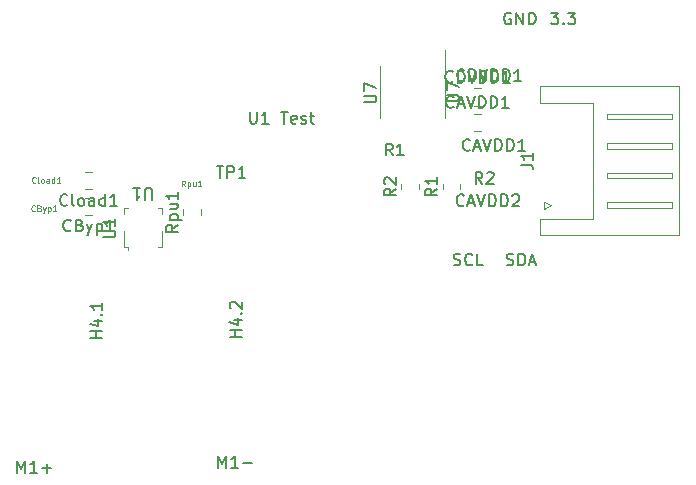
<source format=gbr>
%TF.GenerationSoftware,KiCad,Pcbnew,(6.0.7)*%
%TF.CreationDate,2024-03-23T14:20:04-04:00*%
%TF.ProjectId,single_cell_current,73696e67-6c65-45f6-9365-6c6c5f637572,rev?*%
%TF.SameCoordinates,Original*%
%TF.FileFunction,Legend,Top*%
%TF.FilePolarity,Positive*%
%FSLAX46Y46*%
G04 Gerber Fmt 4.6, Leading zero omitted, Abs format (unit mm)*
G04 Created by KiCad (PCBNEW (6.0.7)) date 2024-03-23 14:20:04*
%MOMM*%
%LPD*%
G01*
G04 APERTURE LIST*
%ADD10C,0.150000*%
%ADD11C,0.075000*%
%ADD12C,0.120000*%
G04 APERTURE END LIST*
D10*
X235285714Y-67304761D02*
X235428571Y-67352380D01*
X235666666Y-67352380D01*
X235761904Y-67304761D01*
X235809523Y-67257142D01*
X235857142Y-67161904D01*
X235857142Y-67066666D01*
X235809523Y-66971428D01*
X235761904Y-66923809D01*
X235666666Y-66876190D01*
X235476190Y-66828571D01*
X235380952Y-66780952D01*
X235333333Y-66733333D01*
X235285714Y-66638095D01*
X235285714Y-66542857D01*
X235333333Y-66447619D01*
X235380952Y-66400000D01*
X235476190Y-66352380D01*
X235714285Y-66352380D01*
X235857142Y-66400000D01*
X236285714Y-67352380D02*
X236285714Y-66352380D01*
X236523809Y-66352380D01*
X236666666Y-66400000D01*
X236761904Y-66495238D01*
X236809523Y-66590476D01*
X236857142Y-66780952D01*
X236857142Y-66923809D01*
X236809523Y-67114285D01*
X236761904Y-67209523D01*
X236666666Y-67304761D01*
X236523809Y-67352380D01*
X236285714Y-67352380D01*
X237238095Y-67066666D02*
X237714285Y-67066666D01*
X237142857Y-67352380D02*
X237476190Y-66352380D01*
X237809523Y-67352380D01*
X230809523Y-67304761D02*
X230952380Y-67352380D01*
X231190476Y-67352380D01*
X231285714Y-67304761D01*
X231333333Y-67257142D01*
X231380952Y-67161904D01*
X231380952Y-67066666D01*
X231333333Y-66971428D01*
X231285714Y-66923809D01*
X231190476Y-66876190D01*
X231000000Y-66828571D01*
X230904761Y-66780952D01*
X230857142Y-66733333D01*
X230809523Y-66638095D01*
X230809523Y-66542857D01*
X230857142Y-66447619D01*
X230904761Y-66400000D01*
X231000000Y-66352380D01*
X231238095Y-66352380D01*
X231380952Y-66400000D01*
X232380952Y-67257142D02*
X232333333Y-67304761D01*
X232190476Y-67352380D01*
X232095238Y-67352380D01*
X231952380Y-67304761D01*
X231857142Y-67209523D01*
X231809523Y-67114285D01*
X231761904Y-66923809D01*
X231761904Y-66780952D01*
X231809523Y-66590476D01*
X231857142Y-66495238D01*
X231952380Y-66400000D01*
X232095238Y-66352380D01*
X232190476Y-66352380D01*
X232333333Y-66400000D01*
X232380952Y-66447619D01*
X233285714Y-67352380D02*
X232809523Y-67352380D01*
X232809523Y-66352380D01*
X233233333Y-60452380D02*
X232900000Y-59976190D01*
X232661904Y-60452380D02*
X232661904Y-59452380D01*
X233042857Y-59452380D01*
X233138095Y-59500000D01*
X233185714Y-59547619D01*
X233233333Y-59642857D01*
X233233333Y-59785714D01*
X233185714Y-59880952D01*
X233138095Y-59928571D01*
X233042857Y-59976190D01*
X232661904Y-59976190D01*
X233614285Y-59547619D02*
X233661904Y-59500000D01*
X233757142Y-59452380D01*
X233995238Y-59452380D01*
X234090476Y-59500000D01*
X234138095Y-59547619D01*
X234185714Y-59642857D01*
X234185714Y-59738095D01*
X234138095Y-59880952D01*
X233566666Y-60452380D01*
X234185714Y-60452380D01*
X235638095Y-46000000D02*
X235542857Y-45952380D01*
X235400000Y-45952380D01*
X235257142Y-46000000D01*
X235161904Y-46095238D01*
X235114285Y-46190476D01*
X235066666Y-46380952D01*
X235066666Y-46523809D01*
X235114285Y-46714285D01*
X235161904Y-46809523D01*
X235257142Y-46904761D01*
X235400000Y-46952380D01*
X235495238Y-46952380D01*
X235638095Y-46904761D01*
X235685714Y-46857142D01*
X235685714Y-46523809D01*
X235495238Y-46523809D01*
X236114285Y-46952380D02*
X236114285Y-45952380D01*
X236685714Y-46952380D01*
X236685714Y-45952380D01*
X237161904Y-46952380D02*
X237161904Y-45952380D01*
X237400000Y-45952380D01*
X237542857Y-46000000D01*
X237638095Y-46095238D01*
X237685714Y-46190476D01*
X237733333Y-46380952D01*
X237733333Y-46523809D01*
X237685714Y-46714285D01*
X237638095Y-46809523D01*
X237542857Y-46904761D01*
X237400000Y-46952380D01*
X237161904Y-46952380D01*
X225633333Y-58052380D02*
X225300000Y-57576190D01*
X225061904Y-58052380D02*
X225061904Y-57052380D01*
X225442857Y-57052380D01*
X225538095Y-57100000D01*
X225585714Y-57147619D01*
X225633333Y-57242857D01*
X225633333Y-57385714D01*
X225585714Y-57480952D01*
X225538095Y-57528571D01*
X225442857Y-57576190D01*
X225061904Y-57576190D01*
X226585714Y-58052380D02*
X226014285Y-58052380D01*
X226300000Y-58052380D02*
X226300000Y-57052380D01*
X226204761Y-57195238D01*
X226109523Y-57290476D01*
X226014285Y-57338095D01*
D11*
X208064285Y-60671390D02*
X207897619Y-60433295D01*
X207778571Y-60671390D02*
X207778571Y-60171390D01*
X207969047Y-60171390D01*
X208016666Y-60195200D01*
X208040476Y-60219009D01*
X208064285Y-60266628D01*
X208064285Y-60338057D01*
X208040476Y-60385676D01*
X208016666Y-60409485D01*
X207969047Y-60433295D01*
X207778571Y-60433295D01*
X208278571Y-60338057D02*
X208278571Y-60838057D01*
X208278571Y-60361866D02*
X208326190Y-60338057D01*
X208421428Y-60338057D01*
X208469047Y-60361866D01*
X208492857Y-60385676D01*
X208516666Y-60433295D01*
X208516666Y-60576152D01*
X208492857Y-60623771D01*
X208469047Y-60647580D01*
X208421428Y-60671390D01*
X208326190Y-60671390D01*
X208278571Y-60647580D01*
X208945238Y-60338057D02*
X208945238Y-60671390D01*
X208730952Y-60338057D02*
X208730952Y-60599961D01*
X208754761Y-60647580D01*
X208802380Y-60671390D01*
X208873809Y-60671390D01*
X208921428Y-60647580D01*
X208945238Y-60623771D01*
X209445238Y-60671390D02*
X209159523Y-60671390D01*
X209302380Y-60671390D02*
X209302380Y-60171390D01*
X209254761Y-60242819D01*
X209207142Y-60290438D01*
X209159523Y-60314247D01*
X195407142Y-60323771D02*
X195383333Y-60347580D01*
X195311904Y-60371390D01*
X195264285Y-60371390D01*
X195192857Y-60347580D01*
X195145238Y-60299961D01*
X195121428Y-60252342D01*
X195097619Y-60157104D01*
X195097619Y-60085676D01*
X195121428Y-59990438D01*
X195145238Y-59942819D01*
X195192857Y-59895200D01*
X195264285Y-59871390D01*
X195311904Y-59871390D01*
X195383333Y-59895200D01*
X195407142Y-59919009D01*
X195692857Y-60371390D02*
X195645238Y-60347580D01*
X195621428Y-60299961D01*
X195621428Y-59871390D01*
X195954761Y-60371390D02*
X195907142Y-60347580D01*
X195883333Y-60323771D01*
X195859523Y-60276152D01*
X195859523Y-60133295D01*
X195883333Y-60085676D01*
X195907142Y-60061866D01*
X195954761Y-60038057D01*
X196026190Y-60038057D01*
X196073809Y-60061866D01*
X196097619Y-60085676D01*
X196121428Y-60133295D01*
X196121428Y-60276152D01*
X196097619Y-60323771D01*
X196073809Y-60347580D01*
X196026190Y-60371390D01*
X195954761Y-60371390D01*
X196550000Y-60371390D02*
X196550000Y-60109485D01*
X196526190Y-60061866D01*
X196478571Y-60038057D01*
X196383333Y-60038057D01*
X196335714Y-60061866D01*
X196550000Y-60347580D02*
X196502380Y-60371390D01*
X196383333Y-60371390D01*
X196335714Y-60347580D01*
X196311904Y-60299961D01*
X196311904Y-60252342D01*
X196335714Y-60204723D01*
X196383333Y-60180914D01*
X196502380Y-60180914D01*
X196550000Y-60157104D01*
X197002380Y-60371390D02*
X197002380Y-59871390D01*
X197002380Y-60347580D02*
X196954761Y-60371390D01*
X196859523Y-60371390D01*
X196811904Y-60347580D01*
X196788095Y-60323771D01*
X196764285Y-60276152D01*
X196764285Y-60133295D01*
X196788095Y-60085676D01*
X196811904Y-60061866D01*
X196859523Y-60038057D01*
X196954761Y-60038057D01*
X197002380Y-60061866D01*
X197502380Y-60371390D02*
X197216666Y-60371390D01*
X197359523Y-60371390D02*
X197359523Y-59871390D01*
X197311904Y-59942819D01*
X197264285Y-59990438D01*
X197216666Y-60014247D01*
D10*
X205261904Y-61792819D02*
X205261904Y-60983295D01*
X205214285Y-60888057D01*
X205166666Y-60840438D01*
X205071428Y-60792819D01*
X204880952Y-60792819D01*
X204785714Y-60840438D01*
X204738095Y-60888057D01*
X204690476Y-60983295D01*
X204690476Y-61792819D01*
X203690476Y-60792819D02*
X204261904Y-60792819D01*
X203976190Y-60792819D02*
X203976190Y-61792819D01*
X204071428Y-61649961D01*
X204166666Y-61554723D01*
X204261904Y-61507104D01*
X193871428Y-84897580D02*
X193871428Y-83897580D01*
X194204761Y-84611866D01*
X194538095Y-83897580D01*
X194538095Y-84897580D01*
X195538095Y-84897580D02*
X194966666Y-84897580D01*
X195252380Y-84897580D02*
X195252380Y-83897580D01*
X195157142Y-84040438D01*
X195061904Y-84135676D01*
X194966666Y-84183295D01*
X195966666Y-84516628D02*
X196728571Y-84516628D01*
X196347619Y-84897580D02*
X196347619Y-84135676D01*
X239052380Y-45952380D02*
X239671428Y-45952380D01*
X239338095Y-46333333D01*
X239480952Y-46333333D01*
X239576190Y-46380952D01*
X239623809Y-46428571D01*
X239671428Y-46523809D01*
X239671428Y-46761904D01*
X239623809Y-46857142D01*
X239576190Y-46904761D01*
X239480952Y-46952380D01*
X239195238Y-46952380D01*
X239100000Y-46904761D01*
X239052380Y-46857142D01*
X240100000Y-46857142D02*
X240147619Y-46904761D01*
X240100000Y-46952380D01*
X240052380Y-46904761D01*
X240100000Y-46857142D01*
X240100000Y-46952380D01*
X240480952Y-45952380D02*
X241100000Y-45952380D01*
X240766666Y-46333333D01*
X240909523Y-46333333D01*
X241004761Y-46380952D01*
X241052380Y-46428571D01*
X241100000Y-46523809D01*
X241100000Y-46761904D01*
X241052380Y-46857142D01*
X241004761Y-46904761D01*
X240909523Y-46952380D01*
X240623809Y-46952380D01*
X240528571Y-46904761D01*
X240480952Y-46857142D01*
D11*
X195350000Y-62723771D02*
X195326190Y-62747580D01*
X195254761Y-62771390D01*
X195207142Y-62771390D01*
X195135714Y-62747580D01*
X195088095Y-62699961D01*
X195064285Y-62652342D01*
X195040476Y-62557104D01*
X195040476Y-62485676D01*
X195064285Y-62390438D01*
X195088095Y-62342819D01*
X195135714Y-62295200D01*
X195207142Y-62271390D01*
X195254761Y-62271390D01*
X195326190Y-62295200D01*
X195350000Y-62319009D01*
X195730952Y-62509485D02*
X195802380Y-62533295D01*
X195826190Y-62557104D01*
X195850000Y-62604723D01*
X195850000Y-62676152D01*
X195826190Y-62723771D01*
X195802380Y-62747580D01*
X195754761Y-62771390D01*
X195564285Y-62771390D01*
X195564285Y-62271390D01*
X195730952Y-62271390D01*
X195778571Y-62295200D01*
X195802380Y-62319009D01*
X195826190Y-62366628D01*
X195826190Y-62414247D01*
X195802380Y-62461866D01*
X195778571Y-62485676D01*
X195730952Y-62509485D01*
X195564285Y-62509485D01*
X196016666Y-62438057D02*
X196135714Y-62771390D01*
X196254761Y-62438057D02*
X196135714Y-62771390D01*
X196088095Y-62890438D01*
X196064285Y-62914247D01*
X196016666Y-62938057D01*
X196445238Y-62438057D02*
X196445238Y-62938057D01*
X196445238Y-62461866D02*
X196492857Y-62438057D01*
X196588095Y-62438057D01*
X196635714Y-62461866D01*
X196659523Y-62485676D01*
X196683333Y-62533295D01*
X196683333Y-62676152D01*
X196659523Y-62723771D01*
X196635714Y-62747580D01*
X196588095Y-62771390D01*
X196492857Y-62771390D01*
X196445238Y-62747580D01*
X197159523Y-62771390D02*
X196873809Y-62771390D01*
X197016666Y-62771390D02*
X197016666Y-62271390D01*
X196969047Y-62342819D01*
X196921428Y-62390438D01*
X196873809Y-62414247D01*
D10*
X213557142Y-54352380D02*
X213557142Y-55161904D01*
X213604761Y-55257142D01*
X213652380Y-55304761D01*
X213747619Y-55352380D01*
X213938095Y-55352380D01*
X214033333Y-55304761D01*
X214080952Y-55257142D01*
X214128571Y-55161904D01*
X214128571Y-54352380D01*
X215128571Y-55352380D02*
X214557142Y-55352380D01*
X214842857Y-55352380D02*
X214842857Y-54352380D01*
X214747619Y-54495238D01*
X214652380Y-54590476D01*
X214557142Y-54638095D01*
X216176190Y-54352380D02*
X216747619Y-54352380D01*
X216461904Y-55352380D02*
X216461904Y-54352380D01*
X217461904Y-55304761D02*
X217366666Y-55352380D01*
X217176190Y-55352380D01*
X217080952Y-55304761D01*
X217033333Y-55209523D01*
X217033333Y-54828571D01*
X217080952Y-54733333D01*
X217176190Y-54685714D01*
X217366666Y-54685714D01*
X217461904Y-54733333D01*
X217509523Y-54828571D01*
X217509523Y-54923809D01*
X217033333Y-55019047D01*
X217890476Y-55304761D02*
X217985714Y-55352380D01*
X218176190Y-55352380D01*
X218271428Y-55304761D01*
X218319047Y-55209523D01*
X218319047Y-55161904D01*
X218271428Y-55066666D01*
X218176190Y-55019047D01*
X218033333Y-55019047D01*
X217938095Y-54971428D01*
X217890476Y-54876190D01*
X217890476Y-54828571D01*
X217938095Y-54733333D01*
X218033333Y-54685714D01*
X218176190Y-54685714D01*
X218271428Y-54733333D01*
X218604761Y-54685714D02*
X218985714Y-54685714D01*
X218747619Y-54352380D02*
X218747619Y-55209523D01*
X218795238Y-55304761D01*
X218890476Y-55352380D01*
X218985714Y-55352380D01*
X210871428Y-84497580D02*
X210871428Y-83497580D01*
X211204761Y-84211866D01*
X211538095Y-83497580D01*
X211538095Y-84497580D01*
X212538095Y-84497580D02*
X211966666Y-84497580D01*
X212252380Y-84497580D02*
X212252380Y-83497580D01*
X212157142Y-83640438D01*
X212061904Y-83735676D01*
X211966666Y-83783295D01*
X212966666Y-84116628D02*
X213728571Y-84116628D01*
X231704761Y-51657142D02*
X231657142Y-51704761D01*
X231514285Y-51752380D01*
X231419047Y-51752380D01*
X231276190Y-51704761D01*
X231180952Y-51609523D01*
X231133333Y-51514285D01*
X231085714Y-51323809D01*
X231085714Y-51180952D01*
X231133333Y-50990476D01*
X231180952Y-50895238D01*
X231276190Y-50800000D01*
X231419047Y-50752380D01*
X231514285Y-50752380D01*
X231657142Y-50800000D01*
X231704761Y-50847619D01*
X232133333Y-51752380D02*
X232133333Y-50752380D01*
X232371428Y-50752380D01*
X232514285Y-50800000D01*
X232609523Y-50895238D01*
X232657142Y-50990476D01*
X232704761Y-51180952D01*
X232704761Y-51323809D01*
X232657142Y-51514285D01*
X232609523Y-51609523D01*
X232514285Y-51704761D01*
X232371428Y-51752380D01*
X232133333Y-51752380D01*
X232990476Y-50752380D02*
X233323809Y-51752380D01*
X233657142Y-50752380D01*
X233990476Y-51752380D02*
X233990476Y-50752380D01*
X234228571Y-50752380D01*
X234371428Y-50800000D01*
X234466666Y-50895238D01*
X234514285Y-50990476D01*
X234561904Y-51180952D01*
X234561904Y-51323809D01*
X234514285Y-51514285D01*
X234466666Y-51609523D01*
X234371428Y-51704761D01*
X234228571Y-51752380D01*
X233990476Y-51752380D01*
X234990476Y-51752380D02*
X234990476Y-50752380D01*
X235228571Y-50752380D01*
X235371428Y-50800000D01*
X235466666Y-50895238D01*
X235514285Y-50990476D01*
X235561904Y-51180952D01*
X235561904Y-51323809D01*
X235514285Y-51514285D01*
X235466666Y-51609523D01*
X235371428Y-51704761D01*
X235228571Y-51752380D01*
X234990476Y-51752380D01*
X236514285Y-51752380D02*
X235942857Y-51752380D01*
X236228571Y-51752380D02*
X236228571Y-50752380D01*
X236133333Y-50895238D01*
X236038095Y-50990476D01*
X235942857Y-51038095D01*
X231676190Y-62257142D02*
X231628571Y-62304761D01*
X231485714Y-62352380D01*
X231390476Y-62352380D01*
X231247619Y-62304761D01*
X231152380Y-62209523D01*
X231104761Y-62114285D01*
X231057142Y-61923809D01*
X231057142Y-61780952D01*
X231104761Y-61590476D01*
X231152380Y-61495238D01*
X231247619Y-61400000D01*
X231390476Y-61352380D01*
X231485714Y-61352380D01*
X231628571Y-61400000D01*
X231676190Y-61447619D01*
X232057142Y-62066666D02*
X232533333Y-62066666D01*
X231961904Y-62352380D02*
X232295238Y-61352380D01*
X232628571Y-62352380D01*
X232819047Y-61352380D02*
X233152380Y-62352380D01*
X233485714Y-61352380D01*
X233819047Y-62352380D02*
X233819047Y-61352380D01*
X234057142Y-61352380D01*
X234200000Y-61400000D01*
X234295238Y-61495238D01*
X234342857Y-61590476D01*
X234390476Y-61780952D01*
X234390476Y-61923809D01*
X234342857Y-62114285D01*
X234295238Y-62209523D01*
X234200000Y-62304761D01*
X234057142Y-62352380D01*
X233819047Y-62352380D01*
X234819047Y-62352380D02*
X234819047Y-61352380D01*
X235057142Y-61352380D01*
X235200000Y-61400000D01*
X235295238Y-61495238D01*
X235342857Y-61590476D01*
X235390476Y-61780952D01*
X235390476Y-61923809D01*
X235342857Y-62114285D01*
X235295238Y-62209523D01*
X235200000Y-62304761D01*
X235057142Y-62352380D01*
X234819047Y-62352380D01*
X235771428Y-61447619D02*
X235819047Y-61400000D01*
X235914285Y-61352380D01*
X236152380Y-61352380D01*
X236247619Y-61400000D01*
X236295238Y-61447619D01*
X236342857Y-61542857D01*
X236342857Y-61638095D01*
X236295238Y-61780952D01*
X235723809Y-62352380D01*
X236342857Y-62352380D01*
X223252380Y-53561904D02*
X224061904Y-53561904D01*
X224157142Y-53514285D01*
X224204761Y-53466666D01*
X224252380Y-53371428D01*
X224252380Y-53180952D01*
X224204761Y-53085714D01*
X224157142Y-53038095D01*
X224061904Y-52990476D01*
X223252380Y-52990476D01*
X223252380Y-52609523D02*
X223252380Y-51942857D01*
X224252380Y-52371428D01*
X232176190Y-57557142D02*
X232128571Y-57604761D01*
X231985714Y-57652380D01*
X231890476Y-57652380D01*
X231747619Y-57604761D01*
X231652380Y-57509523D01*
X231604761Y-57414285D01*
X231557142Y-57223809D01*
X231557142Y-57080952D01*
X231604761Y-56890476D01*
X231652380Y-56795238D01*
X231747619Y-56700000D01*
X231890476Y-56652380D01*
X231985714Y-56652380D01*
X232128571Y-56700000D01*
X232176190Y-56747619D01*
X232557142Y-57366666D02*
X233033333Y-57366666D01*
X232461904Y-57652380D02*
X232795238Y-56652380D01*
X233128571Y-57652380D01*
X233319047Y-56652380D02*
X233652380Y-57652380D01*
X233985714Y-56652380D01*
X234319047Y-57652380D02*
X234319047Y-56652380D01*
X234557142Y-56652380D01*
X234700000Y-56700000D01*
X234795238Y-56795238D01*
X234842857Y-56890476D01*
X234890476Y-57080952D01*
X234890476Y-57223809D01*
X234842857Y-57414285D01*
X234795238Y-57509523D01*
X234700000Y-57604761D01*
X234557142Y-57652380D01*
X234319047Y-57652380D01*
X235319047Y-57652380D02*
X235319047Y-56652380D01*
X235557142Y-56652380D01*
X235700000Y-56700000D01*
X235795238Y-56795238D01*
X235842857Y-56890476D01*
X235890476Y-57080952D01*
X235890476Y-57223809D01*
X235842857Y-57414285D01*
X235795238Y-57509523D01*
X235700000Y-57604761D01*
X235557142Y-57652380D01*
X235319047Y-57652380D01*
X236842857Y-57652380D02*
X236271428Y-57652380D01*
X236557142Y-57652380D02*
X236557142Y-56652380D01*
X236461904Y-56795238D01*
X236366666Y-56890476D01*
X236271428Y-56938095D01*
%TO.C,U7*%
X230232380Y-53466904D02*
X231041904Y-53466904D01*
X231137142Y-53419285D01*
X231184761Y-53371666D01*
X231232380Y-53276428D01*
X231232380Y-53085952D01*
X231184761Y-52990714D01*
X231137142Y-52943095D01*
X231041904Y-52895476D01*
X230232380Y-52895476D01*
X230232380Y-52514523D02*
X230232380Y-51847857D01*
X231232380Y-52276428D01*
%TO.C,CDVDD1*%
X230722261Y-51777142D02*
X230674642Y-51824761D01*
X230531785Y-51872380D01*
X230436547Y-51872380D01*
X230293690Y-51824761D01*
X230198452Y-51729523D01*
X230150833Y-51634285D01*
X230103214Y-51443809D01*
X230103214Y-51300952D01*
X230150833Y-51110476D01*
X230198452Y-51015238D01*
X230293690Y-50920000D01*
X230436547Y-50872380D01*
X230531785Y-50872380D01*
X230674642Y-50920000D01*
X230722261Y-50967619D01*
X231150833Y-51872380D02*
X231150833Y-50872380D01*
X231388928Y-50872380D01*
X231531785Y-50920000D01*
X231627023Y-51015238D01*
X231674642Y-51110476D01*
X231722261Y-51300952D01*
X231722261Y-51443809D01*
X231674642Y-51634285D01*
X231627023Y-51729523D01*
X231531785Y-51824761D01*
X231388928Y-51872380D01*
X231150833Y-51872380D01*
X232007976Y-50872380D02*
X232341309Y-51872380D01*
X232674642Y-50872380D01*
X233007976Y-51872380D02*
X233007976Y-50872380D01*
X233246071Y-50872380D01*
X233388928Y-50920000D01*
X233484166Y-51015238D01*
X233531785Y-51110476D01*
X233579404Y-51300952D01*
X233579404Y-51443809D01*
X233531785Y-51634285D01*
X233484166Y-51729523D01*
X233388928Y-51824761D01*
X233246071Y-51872380D01*
X233007976Y-51872380D01*
X234007976Y-51872380D02*
X234007976Y-50872380D01*
X234246071Y-50872380D01*
X234388928Y-50920000D01*
X234484166Y-51015238D01*
X234531785Y-51110476D01*
X234579404Y-51300952D01*
X234579404Y-51443809D01*
X234531785Y-51634285D01*
X234484166Y-51729523D01*
X234388928Y-51824761D01*
X234246071Y-51872380D01*
X234007976Y-51872380D01*
X235531785Y-51872380D02*
X234960357Y-51872380D01*
X235246071Y-51872380D02*
X235246071Y-50872380D01*
X235150833Y-51015238D01*
X235055595Y-51110476D01*
X234960357Y-51158095D01*
%TO.C,R1*%
X229402380Y-60866666D02*
X228926190Y-61200000D01*
X229402380Y-61438095D02*
X228402380Y-61438095D01*
X228402380Y-61057142D01*
X228450000Y-60961904D01*
X228497619Y-60914285D01*
X228592857Y-60866666D01*
X228735714Y-60866666D01*
X228830952Y-60914285D01*
X228878571Y-60961904D01*
X228926190Y-61057142D01*
X228926190Y-61438095D01*
X229402380Y-59914285D02*
X229402380Y-60485714D01*
X229402380Y-60200000D02*
X228402380Y-60200000D01*
X228545238Y-60295238D01*
X228640476Y-60390476D01*
X228688095Y-60485714D01*
%TO.C,Rpu1*%
X207452380Y-63916628D02*
X206976190Y-64249961D01*
X207452380Y-64488057D02*
X206452380Y-64488057D01*
X206452380Y-64107104D01*
X206500000Y-64011866D01*
X206547619Y-63964247D01*
X206642857Y-63916628D01*
X206785714Y-63916628D01*
X206880952Y-63964247D01*
X206928571Y-64011866D01*
X206976190Y-64107104D01*
X206976190Y-64488057D01*
X206785714Y-63488057D02*
X207785714Y-63488057D01*
X206833333Y-63488057D02*
X206785714Y-63392819D01*
X206785714Y-63202342D01*
X206833333Y-63107104D01*
X206880952Y-63059485D01*
X206976190Y-63011866D01*
X207261904Y-63011866D01*
X207357142Y-63059485D01*
X207404761Y-63107104D01*
X207452380Y-63202342D01*
X207452380Y-63392819D01*
X207404761Y-63488057D01*
X206785714Y-62154723D02*
X207452380Y-62154723D01*
X206785714Y-62583295D02*
X207309523Y-62583295D01*
X207404761Y-62535676D01*
X207452380Y-62440438D01*
X207452380Y-62297580D01*
X207404761Y-62202342D01*
X207357142Y-62154723D01*
X207452380Y-61154723D02*
X207452380Y-61726152D01*
X207452380Y-61440438D02*
X206452380Y-61440438D01*
X206595238Y-61535676D01*
X206690476Y-61630914D01*
X206738095Y-61726152D01*
%TO.C,TP1*%
X210738095Y-58952380D02*
X211309523Y-58952380D01*
X211023809Y-59952380D02*
X211023809Y-58952380D01*
X211642857Y-59952380D02*
X211642857Y-58952380D01*
X212023809Y-58952380D01*
X212119047Y-59000000D01*
X212166666Y-59047619D01*
X212214285Y-59142857D01*
X212214285Y-59285714D01*
X212166666Y-59380952D01*
X212119047Y-59428571D01*
X212023809Y-59476190D01*
X211642857Y-59476190D01*
X213166666Y-59952380D02*
X212595238Y-59952380D01*
X212880952Y-59952380D02*
X212880952Y-58952380D01*
X212785714Y-59095238D01*
X212690476Y-59190476D01*
X212595238Y-59238095D01*
%TO.C,CAVDD1*%
X230793690Y-53922142D02*
X230746071Y-53969761D01*
X230603214Y-54017380D01*
X230507976Y-54017380D01*
X230365119Y-53969761D01*
X230269880Y-53874523D01*
X230222261Y-53779285D01*
X230174642Y-53588809D01*
X230174642Y-53445952D01*
X230222261Y-53255476D01*
X230269880Y-53160238D01*
X230365119Y-53065000D01*
X230507976Y-53017380D01*
X230603214Y-53017380D01*
X230746071Y-53065000D01*
X230793690Y-53112619D01*
X231174642Y-53731666D02*
X231650833Y-53731666D01*
X231079404Y-54017380D02*
X231412738Y-53017380D01*
X231746071Y-54017380D01*
X231936547Y-53017380D02*
X232269880Y-54017380D01*
X232603214Y-53017380D01*
X232936547Y-54017380D02*
X232936547Y-53017380D01*
X233174642Y-53017380D01*
X233317500Y-53065000D01*
X233412738Y-53160238D01*
X233460357Y-53255476D01*
X233507976Y-53445952D01*
X233507976Y-53588809D01*
X233460357Y-53779285D01*
X233412738Y-53874523D01*
X233317500Y-53969761D01*
X233174642Y-54017380D01*
X232936547Y-54017380D01*
X233936547Y-54017380D02*
X233936547Y-53017380D01*
X234174642Y-53017380D01*
X234317500Y-53065000D01*
X234412738Y-53160238D01*
X234460357Y-53255476D01*
X234507976Y-53445952D01*
X234507976Y-53588809D01*
X234460357Y-53779285D01*
X234412738Y-53874523D01*
X234317500Y-53969761D01*
X234174642Y-54017380D01*
X233936547Y-54017380D01*
X235460357Y-54017380D02*
X234888928Y-54017380D01*
X235174642Y-54017380D02*
X235174642Y-53017380D01*
X235079404Y-53160238D01*
X234984166Y-53255476D01*
X234888928Y-53303095D01*
%TO.C,R2*%
X225902380Y-60866666D02*
X225426190Y-61200000D01*
X225902380Y-61438095D02*
X224902380Y-61438095D01*
X224902380Y-61057142D01*
X224950000Y-60961904D01*
X224997619Y-60914285D01*
X225092857Y-60866666D01*
X225235714Y-60866666D01*
X225330952Y-60914285D01*
X225378571Y-60961904D01*
X225426190Y-61057142D01*
X225426190Y-61438095D01*
X224997619Y-60485714D02*
X224950000Y-60438095D01*
X224902380Y-60342857D01*
X224902380Y-60104761D01*
X224950000Y-60009523D01*
X224997619Y-59961904D01*
X225092857Y-59914285D01*
X225188095Y-59914285D01*
X225330952Y-59961904D01*
X225902380Y-60533333D01*
X225902380Y-59914285D01*
%TO.C,U1*%
X201152380Y-64987104D02*
X201961904Y-64987104D01*
X202057142Y-64939485D01*
X202104761Y-64891866D01*
X202152380Y-64796628D01*
X202152380Y-64606152D01*
X202104761Y-64510914D01*
X202057142Y-64463295D01*
X201961904Y-64415676D01*
X201152380Y-64415676D01*
X202152380Y-63415676D02*
X202152380Y-63987104D01*
X202152380Y-63701390D02*
X201152380Y-63701390D01*
X201295238Y-63796628D01*
X201390476Y-63891866D01*
X201438095Y-63987104D01*
%TO.C,Cload1*%
X198101785Y-62227342D02*
X198054166Y-62274961D01*
X197911309Y-62322580D01*
X197816071Y-62322580D01*
X197673214Y-62274961D01*
X197577976Y-62179723D01*
X197530357Y-62084485D01*
X197482738Y-61894009D01*
X197482738Y-61751152D01*
X197530357Y-61560676D01*
X197577976Y-61465438D01*
X197673214Y-61370200D01*
X197816071Y-61322580D01*
X197911309Y-61322580D01*
X198054166Y-61370200D01*
X198101785Y-61417819D01*
X198673214Y-62322580D02*
X198577976Y-62274961D01*
X198530357Y-62179723D01*
X198530357Y-61322580D01*
X199197023Y-62322580D02*
X199101785Y-62274961D01*
X199054166Y-62227342D01*
X199006547Y-62132104D01*
X199006547Y-61846390D01*
X199054166Y-61751152D01*
X199101785Y-61703533D01*
X199197023Y-61655914D01*
X199339880Y-61655914D01*
X199435119Y-61703533D01*
X199482738Y-61751152D01*
X199530357Y-61846390D01*
X199530357Y-62132104D01*
X199482738Y-62227342D01*
X199435119Y-62274961D01*
X199339880Y-62322580D01*
X199197023Y-62322580D01*
X200387500Y-62322580D02*
X200387500Y-61798771D01*
X200339880Y-61703533D01*
X200244642Y-61655914D01*
X200054166Y-61655914D01*
X199958928Y-61703533D01*
X200387500Y-62274961D02*
X200292261Y-62322580D01*
X200054166Y-62322580D01*
X199958928Y-62274961D01*
X199911309Y-62179723D01*
X199911309Y-62084485D01*
X199958928Y-61989247D01*
X200054166Y-61941628D01*
X200292261Y-61941628D01*
X200387500Y-61894009D01*
X201292261Y-62322580D02*
X201292261Y-61322580D01*
X201292261Y-62274961D02*
X201197023Y-62322580D01*
X201006547Y-62322580D01*
X200911309Y-62274961D01*
X200863690Y-62227342D01*
X200816071Y-62132104D01*
X200816071Y-61846390D01*
X200863690Y-61751152D01*
X200911309Y-61703533D01*
X201006547Y-61655914D01*
X201197023Y-61655914D01*
X201292261Y-61703533D01*
X202292261Y-62322580D02*
X201720833Y-62322580D01*
X202006547Y-62322580D02*
X202006547Y-61322580D01*
X201911309Y-61465438D01*
X201816071Y-61560676D01*
X201720833Y-61608295D01*
%TO.C,H4.1*%
X201052380Y-73521390D02*
X200052380Y-73521390D01*
X200528571Y-73521390D02*
X200528571Y-72949961D01*
X201052380Y-72949961D02*
X200052380Y-72949961D01*
X200385714Y-72045200D02*
X201052380Y-72045200D01*
X200004761Y-72283295D02*
X200719047Y-72521390D01*
X200719047Y-71902342D01*
X200957142Y-71521390D02*
X201004761Y-71473771D01*
X201052380Y-71521390D01*
X201004761Y-71569009D01*
X200957142Y-71521390D01*
X201052380Y-71521390D01*
X201052380Y-70521390D02*
X201052380Y-71092819D01*
X201052380Y-70807104D02*
X200052380Y-70807104D01*
X200195238Y-70902342D01*
X200290476Y-70997580D01*
X200338095Y-71092819D01*
%TO.C,J1*%
X236502380Y-58833333D02*
X237216666Y-58833333D01*
X237359523Y-58880952D01*
X237454761Y-58976190D01*
X237502380Y-59119047D01*
X237502380Y-59214285D01*
X237502380Y-57833333D02*
X237502380Y-58404761D01*
X237502380Y-58119047D02*
X236502380Y-58119047D01*
X236645238Y-58214285D01*
X236740476Y-58309523D01*
X236788095Y-58404761D01*
%TO.C,H4.2*%
X212852380Y-73421390D02*
X211852380Y-73421390D01*
X212328571Y-73421390D02*
X212328571Y-72849961D01*
X212852380Y-72849961D02*
X211852380Y-72849961D01*
X212185714Y-71945200D02*
X212852380Y-71945200D01*
X211804761Y-72183295D02*
X212519047Y-72421390D01*
X212519047Y-71802342D01*
X212757142Y-71421390D02*
X212804761Y-71373771D01*
X212852380Y-71421390D01*
X212804761Y-71469009D01*
X212757142Y-71421390D01*
X212852380Y-71421390D01*
X211947619Y-70992819D02*
X211900000Y-70945200D01*
X211852380Y-70849961D01*
X211852380Y-70611866D01*
X211900000Y-70516628D01*
X211947619Y-70469009D01*
X212042857Y-70421390D01*
X212138095Y-70421390D01*
X212280952Y-70469009D01*
X212852380Y-71040438D01*
X212852380Y-70421390D01*
%TO.C,CByp1*%
X198387500Y-64382342D02*
X198339880Y-64429961D01*
X198197023Y-64477580D01*
X198101785Y-64477580D01*
X197958928Y-64429961D01*
X197863690Y-64334723D01*
X197816071Y-64239485D01*
X197768452Y-64049009D01*
X197768452Y-63906152D01*
X197816071Y-63715676D01*
X197863690Y-63620438D01*
X197958928Y-63525200D01*
X198101785Y-63477580D01*
X198197023Y-63477580D01*
X198339880Y-63525200D01*
X198387500Y-63572819D01*
X199149404Y-63953771D02*
X199292261Y-64001390D01*
X199339880Y-64049009D01*
X199387500Y-64144247D01*
X199387500Y-64287104D01*
X199339880Y-64382342D01*
X199292261Y-64429961D01*
X199197023Y-64477580D01*
X198816071Y-64477580D01*
X198816071Y-63477580D01*
X199149404Y-63477580D01*
X199244642Y-63525200D01*
X199292261Y-63572819D01*
X199339880Y-63668057D01*
X199339880Y-63763295D01*
X199292261Y-63858533D01*
X199244642Y-63906152D01*
X199149404Y-63953771D01*
X198816071Y-63953771D01*
X199720833Y-63810914D02*
X199958928Y-64477580D01*
X200197023Y-63810914D02*
X199958928Y-64477580D01*
X199863690Y-64715676D01*
X199816071Y-64763295D01*
X199720833Y-64810914D01*
X200577976Y-63810914D02*
X200577976Y-64810914D01*
X200577976Y-63858533D02*
X200673214Y-63810914D01*
X200863690Y-63810914D01*
X200958928Y-63858533D01*
X201006547Y-63906152D01*
X201054166Y-64001390D01*
X201054166Y-64287104D01*
X201006547Y-64382342D01*
X200958928Y-64429961D01*
X200863690Y-64477580D01*
X200673214Y-64477580D01*
X200577976Y-64429961D01*
X202006547Y-64477580D02*
X201435119Y-64477580D01*
X201720833Y-64477580D02*
X201720833Y-63477580D01*
X201625595Y-63620438D01*
X201530357Y-63715676D01*
X201435119Y-63763295D01*
D12*
%TO.C,U7*%
X224595000Y-52705000D02*
X224595000Y-50505000D01*
X230065000Y-52705000D02*
X230065000Y-54905000D01*
X224595000Y-52705000D02*
X224595000Y-54905000D01*
X230065000Y-52705000D02*
X230065000Y-49105000D01*
%TO.C,CDVDD1*%
X232556248Y-53835000D02*
X233078752Y-53835000D01*
X232556248Y-52365000D02*
X233078752Y-52365000D01*
%TO.C,R1*%
X229865000Y-60927064D02*
X229865000Y-60472936D01*
X231335000Y-60927064D02*
X231335000Y-60472936D01*
%TO.C,Rpu1*%
X209385000Y-63072264D02*
X209385000Y-62618136D01*
X207915000Y-63072264D02*
X207915000Y-62618136D01*
%TO.C,CAVDD1*%
X232556248Y-54510000D02*
X233078752Y-54510000D01*
X232556248Y-55980000D02*
X233078752Y-55980000D01*
%TO.C,R2*%
X226365000Y-60927064D02*
X226365000Y-60472936D01*
X227835000Y-60927064D02*
X227835000Y-60472936D01*
%TO.C,U1*%
X202880000Y-62525200D02*
X202880000Y-63025200D01*
X205750000Y-65765200D02*
X206120000Y-65765200D01*
X205750000Y-62525200D02*
X206120000Y-62525200D01*
X203250000Y-65765200D02*
X203250000Y-66025200D01*
X206120000Y-62525200D02*
X206120000Y-63025200D01*
X202880000Y-65765200D02*
X203250000Y-65765200D01*
X202880000Y-62525200D02*
X203250000Y-62525200D01*
X202880000Y-65765200D02*
X202880000Y-64475200D01*
X206120000Y-65765200D02*
X206120000Y-64475200D01*
%TO.C,Cload1*%
X200148752Y-60925200D02*
X199626248Y-60925200D01*
X200148752Y-59455200D02*
X199626248Y-59455200D01*
%TO.C,J1*%
X243750000Y-59500000D02*
X243750000Y-60000000D01*
X242640000Y-53610000D02*
X242640000Y-58500000D01*
X238140000Y-52190000D02*
X238140000Y-53610000D01*
X243750000Y-55000000D02*
X249250000Y-55000000D01*
X249860000Y-58500000D02*
X249860000Y-64810000D01*
X249250000Y-57500000D02*
X249250000Y-57000000D01*
X238450000Y-62550000D02*
X238450000Y-61950000D01*
X249860000Y-64810000D02*
X238140000Y-64810000D01*
X243750000Y-62500000D02*
X249250000Y-62500000D01*
X249250000Y-59500000D02*
X243750000Y-59500000D01*
X249250000Y-57000000D02*
X243750000Y-57000000D01*
X243750000Y-57500000D02*
X249250000Y-57500000D01*
X243750000Y-60000000D02*
X249250000Y-60000000D01*
X243750000Y-62000000D02*
X243750000Y-62500000D01*
X238140000Y-63390000D02*
X242640000Y-63390000D01*
X238140000Y-64810000D02*
X238140000Y-63390000D01*
X243750000Y-57000000D02*
X243750000Y-57500000D01*
X249250000Y-54500000D02*
X243750000Y-54500000D01*
X238140000Y-53610000D02*
X242640000Y-53610000D01*
X249250000Y-60000000D02*
X249250000Y-59500000D01*
X238450000Y-61950000D02*
X239050000Y-62250000D01*
X249860000Y-58500000D02*
X249860000Y-52190000D01*
X249860000Y-52190000D02*
X238140000Y-52190000D01*
X239050000Y-62250000D02*
X238450000Y-62550000D01*
X243750000Y-54500000D02*
X243750000Y-55000000D01*
X249250000Y-62500000D02*
X249250000Y-62000000D01*
X249250000Y-55000000D02*
X249250000Y-54500000D01*
X242640000Y-63390000D02*
X242640000Y-58500000D01*
X249250000Y-62000000D02*
X243750000Y-62000000D01*
%TO.C,CByp1*%
X200148752Y-61610200D02*
X199626248Y-61610200D01*
X200148752Y-63080200D02*
X199626248Y-63080200D01*
%TD*%
M02*

</source>
